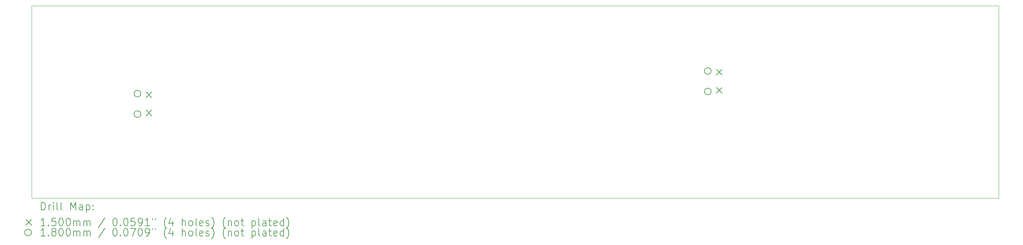
<source format=gbr>
%TF.GenerationSoftware,KiCad,Pcbnew,6.0.10-86aedd382b~118~ubuntu22.04.1*%
%TF.CreationDate,2023-01-15T11:42:56+01:00*%
%TF.ProjectId,tandberg-5000,74616e64-6265-4726-972d-353030302e6b,rev?*%
%TF.SameCoordinates,Original*%
%TF.FileFunction,Drillmap*%
%TF.FilePolarity,Positive*%
%FSLAX45Y45*%
G04 Gerber Fmt 4.5, Leading zero omitted, Abs format (unit mm)*
G04 Created by KiCad (PCBNEW 6.0.10-86aedd382b~118~ubuntu22.04.1) date 2023-01-15 11:42:56*
%MOMM*%
%LPD*%
G01*
G04 APERTURE LIST*
%ADD10C,0.100000*%
%ADD11C,0.200000*%
%ADD12C,0.150000*%
%ADD13C,0.180000*%
G04 APERTURE END LIST*
D10*
X2100000Y-2400000D02*
X27700000Y-2400000D01*
X27700000Y-2400000D02*
X27700000Y-7500000D01*
X27700000Y-7500000D02*
X2100000Y-7500000D01*
X2100000Y-7500000D02*
X2100000Y-2400000D01*
D11*
D12*
X5128000Y-4682500D02*
X5278000Y-4832500D01*
X5278000Y-4682500D02*
X5128000Y-4832500D01*
X5128000Y-5167500D02*
X5278000Y-5317500D01*
X5278000Y-5167500D02*
X5128000Y-5317500D01*
X20228000Y-4082500D02*
X20378000Y-4232500D01*
X20378000Y-4082500D02*
X20228000Y-4232500D01*
X20228000Y-4567500D02*
X20378000Y-4717500D01*
X20378000Y-4567500D02*
X20228000Y-4717500D01*
D13*
X4990000Y-4727500D02*
G75*
G03*
X4990000Y-4727500I-90000J0D01*
G01*
X4990000Y-5272500D02*
G75*
G03*
X4990000Y-5272500I-90000J0D01*
G01*
X20090000Y-4127500D02*
G75*
G03*
X20090000Y-4127500I-90000J0D01*
G01*
X20090000Y-4672500D02*
G75*
G03*
X20090000Y-4672500I-90000J0D01*
G01*
D11*
X2352619Y-7815476D02*
X2352619Y-7615476D01*
X2400238Y-7615476D01*
X2428810Y-7625000D01*
X2447857Y-7644048D01*
X2457381Y-7663095D01*
X2466905Y-7701190D01*
X2466905Y-7729762D01*
X2457381Y-7767857D01*
X2447857Y-7786905D01*
X2428810Y-7805952D01*
X2400238Y-7815476D01*
X2352619Y-7815476D01*
X2552619Y-7815476D02*
X2552619Y-7682143D01*
X2552619Y-7720238D02*
X2562143Y-7701190D01*
X2571667Y-7691667D01*
X2590714Y-7682143D01*
X2609762Y-7682143D01*
X2676429Y-7815476D02*
X2676429Y-7682143D01*
X2676429Y-7615476D02*
X2666905Y-7625000D01*
X2676429Y-7634524D01*
X2685952Y-7625000D01*
X2676429Y-7615476D01*
X2676429Y-7634524D01*
X2800238Y-7815476D02*
X2781190Y-7805952D01*
X2771667Y-7786905D01*
X2771667Y-7615476D01*
X2905000Y-7815476D02*
X2885952Y-7805952D01*
X2876428Y-7786905D01*
X2876428Y-7615476D01*
X3133571Y-7815476D02*
X3133571Y-7615476D01*
X3200238Y-7758333D01*
X3266905Y-7615476D01*
X3266905Y-7815476D01*
X3447857Y-7815476D02*
X3447857Y-7710714D01*
X3438333Y-7691667D01*
X3419286Y-7682143D01*
X3381190Y-7682143D01*
X3362143Y-7691667D01*
X3447857Y-7805952D02*
X3428809Y-7815476D01*
X3381190Y-7815476D01*
X3362143Y-7805952D01*
X3352619Y-7786905D01*
X3352619Y-7767857D01*
X3362143Y-7748809D01*
X3381190Y-7739286D01*
X3428809Y-7739286D01*
X3447857Y-7729762D01*
X3543095Y-7682143D02*
X3543095Y-7882143D01*
X3543095Y-7691667D02*
X3562143Y-7682143D01*
X3600238Y-7682143D01*
X3619286Y-7691667D01*
X3628809Y-7701190D01*
X3638333Y-7720238D01*
X3638333Y-7777381D01*
X3628809Y-7796428D01*
X3619286Y-7805952D01*
X3600238Y-7815476D01*
X3562143Y-7815476D01*
X3543095Y-7805952D01*
X3724048Y-7796428D02*
X3733571Y-7805952D01*
X3724048Y-7815476D01*
X3714524Y-7805952D01*
X3724048Y-7796428D01*
X3724048Y-7815476D01*
X3724048Y-7691667D02*
X3733571Y-7701190D01*
X3724048Y-7710714D01*
X3714524Y-7701190D01*
X3724048Y-7691667D01*
X3724048Y-7710714D01*
D12*
X1945000Y-8070000D02*
X2095000Y-8220000D01*
X2095000Y-8070000D02*
X1945000Y-8220000D01*
D11*
X2457381Y-8235476D02*
X2343095Y-8235476D01*
X2400238Y-8235476D02*
X2400238Y-8035476D01*
X2381190Y-8064048D01*
X2362143Y-8083095D01*
X2343095Y-8092619D01*
X2543095Y-8216428D02*
X2552619Y-8225952D01*
X2543095Y-8235476D01*
X2533571Y-8225952D01*
X2543095Y-8216428D01*
X2543095Y-8235476D01*
X2733571Y-8035476D02*
X2638333Y-8035476D01*
X2628810Y-8130714D01*
X2638333Y-8121190D01*
X2657381Y-8111667D01*
X2705000Y-8111667D01*
X2724048Y-8121190D01*
X2733571Y-8130714D01*
X2743095Y-8149762D01*
X2743095Y-8197381D01*
X2733571Y-8216428D01*
X2724048Y-8225952D01*
X2705000Y-8235476D01*
X2657381Y-8235476D01*
X2638333Y-8225952D01*
X2628810Y-8216428D01*
X2866905Y-8035476D02*
X2885952Y-8035476D01*
X2905000Y-8045000D01*
X2914524Y-8054524D01*
X2924048Y-8073571D01*
X2933571Y-8111667D01*
X2933571Y-8159286D01*
X2924048Y-8197381D01*
X2914524Y-8216428D01*
X2905000Y-8225952D01*
X2885952Y-8235476D01*
X2866905Y-8235476D01*
X2847857Y-8225952D01*
X2838333Y-8216428D01*
X2828809Y-8197381D01*
X2819286Y-8159286D01*
X2819286Y-8111667D01*
X2828809Y-8073571D01*
X2838333Y-8054524D01*
X2847857Y-8045000D01*
X2866905Y-8035476D01*
X3057381Y-8035476D02*
X3076428Y-8035476D01*
X3095476Y-8045000D01*
X3105000Y-8054524D01*
X3114524Y-8073571D01*
X3124048Y-8111667D01*
X3124048Y-8159286D01*
X3114524Y-8197381D01*
X3105000Y-8216428D01*
X3095476Y-8225952D01*
X3076428Y-8235476D01*
X3057381Y-8235476D01*
X3038333Y-8225952D01*
X3028809Y-8216428D01*
X3019286Y-8197381D01*
X3009762Y-8159286D01*
X3009762Y-8111667D01*
X3019286Y-8073571D01*
X3028809Y-8054524D01*
X3038333Y-8045000D01*
X3057381Y-8035476D01*
X3209762Y-8235476D02*
X3209762Y-8102143D01*
X3209762Y-8121190D02*
X3219286Y-8111667D01*
X3238333Y-8102143D01*
X3266905Y-8102143D01*
X3285952Y-8111667D01*
X3295476Y-8130714D01*
X3295476Y-8235476D01*
X3295476Y-8130714D02*
X3305000Y-8111667D01*
X3324048Y-8102143D01*
X3352619Y-8102143D01*
X3371667Y-8111667D01*
X3381190Y-8130714D01*
X3381190Y-8235476D01*
X3476428Y-8235476D02*
X3476428Y-8102143D01*
X3476428Y-8121190D02*
X3485952Y-8111667D01*
X3505000Y-8102143D01*
X3533571Y-8102143D01*
X3552619Y-8111667D01*
X3562143Y-8130714D01*
X3562143Y-8235476D01*
X3562143Y-8130714D02*
X3571667Y-8111667D01*
X3590714Y-8102143D01*
X3619286Y-8102143D01*
X3638333Y-8111667D01*
X3647857Y-8130714D01*
X3647857Y-8235476D01*
X4038333Y-8025952D02*
X3866905Y-8283095D01*
X4295476Y-8035476D02*
X4314524Y-8035476D01*
X4333571Y-8045000D01*
X4343095Y-8054524D01*
X4352619Y-8073571D01*
X4362143Y-8111667D01*
X4362143Y-8159286D01*
X4352619Y-8197381D01*
X4343095Y-8216428D01*
X4333571Y-8225952D01*
X4314524Y-8235476D01*
X4295476Y-8235476D01*
X4276429Y-8225952D01*
X4266905Y-8216428D01*
X4257381Y-8197381D01*
X4247857Y-8159286D01*
X4247857Y-8111667D01*
X4257381Y-8073571D01*
X4266905Y-8054524D01*
X4276429Y-8045000D01*
X4295476Y-8035476D01*
X4447857Y-8216428D02*
X4457381Y-8225952D01*
X4447857Y-8235476D01*
X4438333Y-8225952D01*
X4447857Y-8216428D01*
X4447857Y-8235476D01*
X4581190Y-8035476D02*
X4600238Y-8035476D01*
X4619286Y-8045000D01*
X4628810Y-8054524D01*
X4638333Y-8073571D01*
X4647857Y-8111667D01*
X4647857Y-8159286D01*
X4638333Y-8197381D01*
X4628810Y-8216428D01*
X4619286Y-8225952D01*
X4600238Y-8235476D01*
X4581190Y-8235476D01*
X4562143Y-8225952D01*
X4552619Y-8216428D01*
X4543095Y-8197381D01*
X4533571Y-8159286D01*
X4533571Y-8111667D01*
X4543095Y-8073571D01*
X4552619Y-8054524D01*
X4562143Y-8045000D01*
X4581190Y-8035476D01*
X4828810Y-8035476D02*
X4733571Y-8035476D01*
X4724048Y-8130714D01*
X4733571Y-8121190D01*
X4752619Y-8111667D01*
X4800238Y-8111667D01*
X4819286Y-8121190D01*
X4828810Y-8130714D01*
X4838333Y-8149762D01*
X4838333Y-8197381D01*
X4828810Y-8216428D01*
X4819286Y-8225952D01*
X4800238Y-8235476D01*
X4752619Y-8235476D01*
X4733571Y-8225952D01*
X4724048Y-8216428D01*
X4933571Y-8235476D02*
X4971667Y-8235476D01*
X4990714Y-8225952D01*
X5000238Y-8216428D01*
X5019286Y-8187857D01*
X5028810Y-8149762D01*
X5028810Y-8073571D01*
X5019286Y-8054524D01*
X5009762Y-8045000D01*
X4990714Y-8035476D01*
X4952619Y-8035476D01*
X4933571Y-8045000D01*
X4924048Y-8054524D01*
X4914524Y-8073571D01*
X4914524Y-8121190D01*
X4924048Y-8140238D01*
X4933571Y-8149762D01*
X4952619Y-8159286D01*
X4990714Y-8159286D01*
X5009762Y-8149762D01*
X5019286Y-8140238D01*
X5028810Y-8121190D01*
X5219286Y-8235476D02*
X5105000Y-8235476D01*
X5162143Y-8235476D02*
X5162143Y-8035476D01*
X5143095Y-8064048D01*
X5124048Y-8083095D01*
X5105000Y-8092619D01*
X5295476Y-8035476D02*
X5295476Y-8073571D01*
X5371667Y-8035476D02*
X5371667Y-8073571D01*
X5666905Y-8311667D02*
X5657381Y-8302143D01*
X5638333Y-8273571D01*
X5628809Y-8254524D01*
X5619286Y-8225952D01*
X5609762Y-8178333D01*
X5609762Y-8140238D01*
X5619286Y-8092619D01*
X5628809Y-8064048D01*
X5638333Y-8045000D01*
X5657381Y-8016428D01*
X5666905Y-8006905D01*
X5828809Y-8102143D02*
X5828809Y-8235476D01*
X5781190Y-8025952D02*
X5733571Y-8168809D01*
X5857381Y-8168809D01*
X6085952Y-8235476D02*
X6085952Y-8035476D01*
X6171667Y-8235476D02*
X6171667Y-8130714D01*
X6162143Y-8111667D01*
X6143095Y-8102143D01*
X6114524Y-8102143D01*
X6095476Y-8111667D01*
X6085952Y-8121190D01*
X6295476Y-8235476D02*
X6276428Y-8225952D01*
X6266905Y-8216428D01*
X6257381Y-8197381D01*
X6257381Y-8140238D01*
X6266905Y-8121190D01*
X6276428Y-8111667D01*
X6295476Y-8102143D01*
X6324048Y-8102143D01*
X6343095Y-8111667D01*
X6352619Y-8121190D01*
X6362143Y-8140238D01*
X6362143Y-8197381D01*
X6352619Y-8216428D01*
X6343095Y-8225952D01*
X6324048Y-8235476D01*
X6295476Y-8235476D01*
X6476428Y-8235476D02*
X6457381Y-8225952D01*
X6447857Y-8206905D01*
X6447857Y-8035476D01*
X6628809Y-8225952D02*
X6609762Y-8235476D01*
X6571667Y-8235476D01*
X6552619Y-8225952D01*
X6543095Y-8206905D01*
X6543095Y-8130714D01*
X6552619Y-8111667D01*
X6571667Y-8102143D01*
X6609762Y-8102143D01*
X6628809Y-8111667D01*
X6638333Y-8130714D01*
X6638333Y-8149762D01*
X6543095Y-8168809D01*
X6714524Y-8225952D02*
X6733571Y-8235476D01*
X6771667Y-8235476D01*
X6790714Y-8225952D01*
X6800238Y-8206905D01*
X6800238Y-8197381D01*
X6790714Y-8178333D01*
X6771667Y-8168809D01*
X6743095Y-8168809D01*
X6724048Y-8159286D01*
X6714524Y-8140238D01*
X6714524Y-8130714D01*
X6724048Y-8111667D01*
X6743095Y-8102143D01*
X6771667Y-8102143D01*
X6790714Y-8111667D01*
X6866905Y-8311667D02*
X6876428Y-8302143D01*
X6895476Y-8273571D01*
X6905000Y-8254524D01*
X6914524Y-8225952D01*
X6924048Y-8178333D01*
X6924048Y-8140238D01*
X6914524Y-8092619D01*
X6905000Y-8064048D01*
X6895476Y-8045000D01*
X6876428Y-8016428D01*
X6866905Y-8006905D01*
X7228809Y-8311667D02*
X7219286Y-8302143D01*
X7200238Y-8273571D01*
X7190714Y-8254524D01*
X7181190Y-8225952D01*
X7171667Y-8178333D01*
X7171667Y-8140238D01*
X7181190Y-8092619D01*
X7190714Y-8064048D01*
X7200238Y-8045000D01*
X7219286Y-8016428D01*
X7228809Y-8006905D01*
X7305000Y-8102143D02*
X7305000Y-8235476D01*
X7305000Y-8121190D02*
X7314524Y-8111667D01*
X7333571Y-8102143D01*
X7362143Y-8102143D01*
X7381190Y-8111667D01*
X7390714Y-8130714D01*
X7390714Y-8235476D01*
X7514524Y-8235476D02*
X7495476Y-8225952D01*
X7485952Y-8216428D01*
X7476428Y-8197381D01*
X7476428Y-8140238D01*
X7485952Y-8121190D01*
X7495476Y-8111667D01*
X7514524Y-8102143D01*
X7543095Y-8102143D01*
X7562143Y-8111667D01*
X7571667Y-8121190D01*
X7581190Y-8140238D01*
X7581190Y-8197381D01*
X7571667Y-8216428D01*
X7562143Y-8225952D01*
X7543095Y-8235476D01*
X7514524Y-8235476D01*
X7638333Y-8102143D02*
X7714524Y-8102143D01*
X7666905Y-8035476D02*
X7666905Y-8206905D01*
X7676428Y-8225952D01*
X7695476Y-8235476D01*
X7714524Y-8235476D01*
X7933571Y-8102143D02*
X7933571Y-8302143D01*
X7933571Y-8111667D02*
X7952619Y-8102143D01*
X7990714Y-8102143D01*
X8009762Y-8111667D01*
X8019286Y-8121190D01*
X8028809Y-8140238D01*
X8028809Y-8197381D01*
X8019286Y-8216428D01*
X8009762Y-8225952D01*
X7990714Y-8235476D01*
X7952619Y-8235476D01*
X7933571Y-8225952D01*
X8143095Y-8235476D02*
X8124048Y-8225952D01*
X8114524Y-8206905D01*
X8114524Y-8035476D01*
X8305000Y-8235476D02*
X8305000Y-8130714D01*
X8295476Y-8111667D01*
X8276428Y-8102143D01*
X8238333Y-8102143D01*
X8219286Y-8111667D01*
X8305000Y-8225952D02*
X8285952Y-8235476D01*
X8238333Y-8235476D01*
X8219286Y-8225952D01*
X8209762Y-8206905D01*
X8209762Y-8187857D01*
X8219286Y-8168809D01*
X8238333Y-8159286D01*
X8285952Y-8159286D01*
X8305000Y-8149762D01*
X8371667Y-8102143D02*
X8447857Y-8102143D01*
X8400238Y-8035476D02*
X8400238Y-8206905D01*
X8409762Y-8225952D01*
X8428810Y-8235476D01*
X8447857Y-8235476D01*
X8590714Y-8225952D02*
X8571667Y-8235476D01*
X8533571Y-8235476D01*
X8514524Y-8225952D01*
X8505000Y-8206905D01*
X8505000Y-8130714D01*
X8514524Y-8111667D01*
X8533571Y-8102143D01*
X8571667Y-8102143D01*
X8590714Y-8111667D01*
X8600238Y-8130714D01*
X8600238Y-8149762D01*
X8505000Y-8168809D01*
X8771667Y-8235476D02*
X8771667Y-8035476D01*
X8771667Y-8225952D02*
X8752619Y-8235476D01*
X8714524Y-8235476D01*
X8695476Y-8225952D01*
X8685952Y-8216428D01*
X8676429Y-8197381D01*
X8676429Y-8140238D01*
X8685952Y-8121190D01*
X8695476Y-8111667D01*
X8714524Y-8102143D01*
X8752619Y-8102143D01*
X8771667Y-8111667D01*
X8847857Y-8311667D02*
X8857381Y-8302143D01*
X8876429Y-8273571D01*
X8885952Y-8254524D01*
X8895476Y-8225952D01*
X8905000Y-8178333D01*
X8905000Y-8140238D01*
X8895476Y-8092619D01*
X8885952Y-8064048D01*
X8876429Y-8045000D01*
X8857381Y-8016428D01*
X8847857Y-8006905D01*
D13*
X2095000Y-8415000D02*
G75*
G03*
X2095000Y-8415000I-90000J0D01*
G01*
D11*
X2457381Y-8505476D02*
X2343095Y-8505476D01*
X2400238Y-8505476D02*
X2400238Y-8305476D01*
X2381190Y-8334048D01*
X2362143Y-8353095D01*
X2343095Y-8362619D01*
X2543095Y-8486429D02*
X2552619Y-8495952D01*
X2543095Y-8505476D01*
X2533571Y-8495952D01*
X2543095Y-8486429D01*
X2543095Y-8505476D01*
X2666905Y-8391190D02*
X2647857Y-8381667D01*
X2638333Y-8372143D01*
X2628810Y-8353095D01*
X2628810Y-8343571D01*
X2638333Y-8324524D01*
X2647857Y-8315000D01*
X2666905Y-8305476D01*
X2705000Y-8305476D01*
X2724048Y-8315000D01*
X2733571Y-8324524D01*
X2743095Y-8343571D01*
X2743095Y-8353095D01*
X2733571Y-8372143D01*
X2724048Y-8381667D01*
X2705000Y-8391190D01*
X2666905Y-8391190D01*
X2647857Y-8400714D01*
X2638333Y-8410238D01*
X2628810Y-8429286D01*
X2628810Y-8467381D01*
X2638333Y-8486429D01*
X2647857Y-8495952D01*
X2666905Y-8505476D01*
X2705000Y-8505476D01*
X2724048Y-8495952D01*
X2733571Y-8486429D01*
X2743095Y-8467381D01*
X2743095Y-8429286D01*
X2733571Y-8410238D01*
X2724048Y-8400714D01*
X2705000Y-8391190D01*
X2866905Y-8305476D02*
X2885952Y-8305476D01*
X2905000Y-8315000D01*
X2914524Y-8324524D01*
X2924048Y-8343571D01*
X2933571Y-8381667D01*
X2933571Y-8429286D01*
X2924048Y-8467381D01*
X2914524Y-8486429D01*
X2905000Y-8495952D01*
X2885952Y-8505476D01*
X2866905Y-8505476D01*
X2847857Y-8495952D01*
X2838333Y-8486429D01*
X2828809Y-8467381D01*
X2819286Y-8429286D01*
X2819286Y-8381667D01*
X2828809Y-8343571D01*
X2838333Y-8324524D01*
X2847857Y-8315000D01*
X2866905Y-8305476D01*
X3057381Y-8305476D02*
X3076428Y-8305476D01*
X3095476Y-8315000D01*
X3105000Y-8324524D01*
X3114524Y-8343571D01*
X3124048Y-8381667D01*
X3124048Y-8429286D01*
X3114524Y-8467381D01*
X3105000Y-8486429D01*
X3095476Y-8495952D01*
X3076428Y-8505476D01*
X3057381Y-8505476D01*
X3038333Y-8495952D01*
X3028809Y-8486429D01*
X3019286Y-8467381D01*
X3009762Y-8429286D01*
X3009762Y-8381667D01*
X3019286Y-8343571D01*
X3028809Y-8324524D01*
X3038333Y-8315000D01*
X3057381Y-8305476D01*
X3209762Y-8505476D02*
X3209762Y-8372143D01*
X3209762Y-8391190D02*
X3219286Y-8381667D01*
X3238333Y-8372143D01*
X3266905Y-8372143D01*
X3285952Y-8381667D01*
X3295476Y-8400714D01*
X3295476Y-8505476D01*
X3295476Y-8400714D02*
X3305000Y-8381667D01*
X3324048Y-8372143D01*
X3352619Y-8372143D01*
X3371667Y-8381667D01*
X3381190Y-8400714D01*
X3381190Y-8505476D01*
X3476428Y-8505476D02*
X3476428Y-8372143D01*
X3476428Y-8391190D02*
X3485952Y-8381667D01*
X3505000Y-8372143D01*
X3533571Y-8372143D01*
X3552619Y-8381667D01*
X3562143Y-8400714D01*
X3562143Y-8505476D01*
X3562143Y-8400714D02*
X3571667Y-8381667D01*
X3590714Y-8372143D01*
X3619286Y-8372143D01*
X3638333Y-8381667D01*
X3647857Y-8400714D01*
X3647857Y-8505476D01*
X4038333Y-8295952D02*
X3866905Y-8553095D01*
X4295476Y-8305476D02*
X4314524Y-8305476D01*
X4333571Y-8315000D01*
X4343095Y-8324524D01*
X4352619Y-8343571D01*
X4362143Y-8381667D01*
X4362143Y-8429286D01*
X4352619Y-8467381D01*
X4343095Y-8486429D01*
X4333571Y-8495952D01*
X4314524Y-8505476D01*
X4295476Y-8505476D01*
X4276429Y-8495952D01*
X4266905Y-8486429D01*
X4257381Y-8467381D01*
X4247857Y-8429286D01*
X4247857Y-8381667D01*
X4257381Y-8343571D01*
X4266905Y-8324524D01*
X4276429Y-8315000D01*
X4295476Y-8305476D01*
X4447857Y-8486429D02*
X4457381Y-8495952D01*
X4447857Y-8505476D01*
X4438333Y-8495952D01*
X4447857Y-8486429D01*
X4447857Y-8505476D01*
X4581190Y-8305476D02*
X4600238Y-8305476D01*
X4619286Y-8315000D01*
X4628810Y-8324524D01*
X4638333Y-8343571D01*
X4647857Y-8381667D01*
X4647857Y-8429286D01*
X4638333Y-8467381D01*
X4628810Y-8486429D01*
X4619286Y-8495952D01*
X4600238Y-8505476D01*
X4581190Y-8505476D01*
X4562143Y-8495952D01*
X4552619Y-8486429D01*
X4543095Y-8467381D01*
X4533571Y-8429286D01*
X4533571Y-8381667D01*
X4543095Y-8343571D01*
X4552619Y-8324524D01*
X4562143Y-8315000D01*
X4581190Y-8305476D01*
X4714524Y-8305476D02*
X4847857Y-8305476D01*
X4762143Y-8505476D01*
X4962143Y-8305476D02*
X4981190Y-8305476D01*
X5000238Y-8315000D01*
X5009762Y-8324524D01*
X5019286Y-8343571D01*
X5028810Y-8381667D01*
X5028810Y-8429286D01*
X5019286Y-8467381D01*
X5009762Y-8486429D01*
X5000238Y-8495952D01*
X4981190Y-8505476D01*
X4962143Y-8505476D01*
X4943095Y-8495952D01*
X4933571Y-8486429D01*
X4924048Y-8467381D01*
X4914524Y-8429286D01*
X4914524Y-8381667D01*
X4924048Y-8343571D01*
X4933571Y-8324524D01*
X4943095Y-8315000D01*
X4962143Y-8305476D01*
X5124048Y-8505476D02*
X5162143Y-8505476D01*
X5181190Y-8495952D01*
X5190714Y-8486429D01*
X5209762Y-8457857D01*
X5219286Y-8419762D01*
X5219286Y-8343571D01*
X5209762Y-8324524D01*
X5200238Y-8315000D01*
X5181190Y-8305476D01*
X5143095Y-8305476D01*
X5124048Y-8315000D01*
X5114524Y-8324524D01*
X5105000Y-8343571D01*
X5105000Y-8391190D01*
X5114524Y-8410238D01*
X5124048Y-8419762D01*
X5143095Y-8429286D01*
X5181190Y-8429286D01*
X5200238Y-8419762D01*
X5209762Y-8410238D01*
X5219286Y-8391190D01*
X5295476Y-8305476D02*
X5295476Y-8343571D01*
X5371667Y-8305476D02*
X5371667Y-8343571D01*
X5666905Y-8581667D02*
X5657381Y-8572143D01*
X5638333Y-8543571D01*
X5628809Y-8524524D01*
X5619286Y-8495952D01*
X5609762Y-8448333D01*
X5609762Y-8410238D01*
X5619286Y-8362619D01*
X5628809Y-8334048D01*
X5638333Y-8315000D01*
X5657381Y-8286428D01*
X5666905Y-8276905D01*
X5828809Y-8372143D02*
X5828809Y-8505476D01*
X5781190Y-8295952D02*
X5733571Y-8438810D01*
X5857381Y-8438810D01*
X6085952Y-8505476D02*
X6085952Y-8305476D01*
X6171667Y-8505476D02*
X6171667Y-8400714D01*
X6162143Y-8381667D01*
X6143095Y-8372143D01*
X6114524Y-8372143D01*
X6095476Y-8381667D01*
X6085952Y-8391190D01*
X6295476Y-8505476D02*
X6276428Y-8495952D01*
X6266905Y-8486429D01*
X6257381Y-8467381D01*
X6257381Y-8410238D01*
X6266905Y-8391190D01*
X6276428Y-8381667D01*
X6295476Y-8372143D01*
X6324048Y-8372143D01*
X6343095Y-8381667D01*
X6352619Y-8391190D01*
X6362143Y-8410238D01*
X6362143Y-8467381D01*
X6352619Y-8486429D01*
X6343095Y-8495952D01*
X6324048Y-8505476D01*
X6295476Y-8505476D01*
X6476428Y-8505476D02*
X6457381Y-8495952D01*
X6447857Y-8476905D01*
X6447857Y-8305476D01*
X6628809Y-8495952D02*
X6609762Y-8505476D01*
X6571667Y-8505476D01*
X6552619Y-8495952D01*
X6543095Y-8476905D01*
X6543095Y-8400714D01*
X6552619Y-8381667D01*
X6571667Y-8372143D01*
X6609762Y-8372143D01*
X6628809Y-8381667D01*
X6638333Y-8400714D01*
X6638333Y-8419762D01*
X6543095Y-8438810D01*
X6714524Y-8495952D02*
X6733571Y-8505476D01*
X6771667Y-8505476D01*
X6790714Y-8495952D01*
X6800238Y-8476905D01*
X6800238Y-8467381D01*
X6790714Y-8448333D01*
X6771667Y-8438810D01*
X6743095Y-8438810D01*
X6724048Y-8429286D01*
X6714524Y-8410238D01*
X6714524Y-8400714D01*
X6724048Y-8381667D01*
X6743095Y-8372143D01*
X6771667Y-8372143D01*
X6790714Y-8381667D01*
X6866905Y-8581667D02*
X6876428Y-8572143D01*
X6895476Y-8543571D01*
X6905000Y-8524524D01*
X6914524Y-8495952D01*
X6924048Y-8448333D01*
X6924048Y-8410238D01*
X6914524Y-8362619D01*
X6905000Y-8334048D01*
X6895476Y-8315000D01*
X6876428Y-8286428D01*
X6866905Y-8276905D01*
X7228809Y-8581667D02*
X7219286Y-8572143D01*
X7200238Y-8543571D01*
X7190714Y-8524524D01*
X7181190Y-8495952D01*
X7171667Y-8448333D01*
X7171667Y-8410238D01*
X7181190Y-8362619D01*
X7190714Y-8334048D01*
X7200238Y-8315000D01*
X7219286Y-8286428D01*
X7228809Y-8276905D01*
X7305000Y-8372143D02*
X7305000Y-8505476D01*
X7305000Y-8391190D02*
X7314524Y-8381667D01*
X7333571Y-8372143D01*
X7362143Y-8372143D01*
X7381190Y-8381667D01*
X7390714Y-8400714D01*
X7390714Y-8505476D01*
X7514524Y-8505476D02*
X7495476Y-8495952D01*
X7485952Y-8486429D01*
X7476428Y-8467381D01*
X7476428Y-8410238D01*
X7485952Y-8391190D01*
X7495476Y-8381667D01*
X7514524Y-8372143D01*
X7543095Y-8372143D01*
X7562143Y-8381667D01*
X7571667Y-8391190D01*
X7581190Y-8410238D01*
X7581190Y-8467381D01*
X7571667Y-8486429D01*
X7562143Y-8495952D01*
X7543095Y-8505476D01*
X7514524Y-8505476D01*
X7638333Y-8372143D02*
X7714524Y-8372143D01*
X7666905Y-8305476D02*
X7666905Y-8476905D01*
X7676428Y-8495952D01*
X7695476Y-8505476D01*
X7714524Y-8505476D01*
X7933571Y-8372143D02*
X7933571Y-8572143D01*
X7933571Y-8381667D02*
X7952619Y-8372143D01*
X7990714Y-8372143D01*
X8009762Y-8381667D01*
X8019286Y-8391190D01*
X8028809Y-8410238D01*
X8028809Y-8467381D01*
X8019286Y-8486429D01*
X8009762Y-8495952D01*
X7990714Y-8505476D01*
X7952619Y-8505476D01*
X7933571Y-8495952D01*
X8143095Y-8505476D02*
X8124048Y-8495952D01*
X8114524Y-8476905D01*
X8114524Y-8305476D01*
X8305000Y-8505476D02*
X8305000Y-8400714D01*
X8295476Y-8381667D01*
X8276428Y-8372143D01*
X8238333Y-8372143D01*
X8219286Y-8381667D01*
X8305000Y-8495952D02*
X8285952Y-8505476D01*
X8238333Y-8505476D01*
X8219286Y-8495952D01*
X8209762Y-8476905D01*
X8209762Y-8457857D01*
X8219286Y-8438810D01*
X8238333Y-8429286D01*
X8285952Y-8429286D01*
X8305000Y-8419762D01*
X8371667Y-8372143D02*
X8447857Y-8372143D01*
X8400238Y-8305476D02*
X8400238Y-8476905D01*
X8409762Y-8495952D01*
X8428810Y-8505476D01*
X8447857Y-8505476D01*
X8590714Y-8495952D02*
X8571667Y-8505476D01*
X8533571Y-8505476D01*
X8514524Y-8495952D01*
X8505000Y-8476905D01*
X8505000Y-8400714D01*
X8514524Y-8381667D01*
X8533571Y-8372143D01*
X8571667Y-8372143D01*
X8590714Y-8381667D01*
X8600238Y-8400714D01*
X8600238Y-8419762D01*
X8505000Y-8438810D01*
X8771667Y-8505476D02*
X8771667Y-8305476D01*
X8771667Y-8495952D02*
X8752619Y-8505476D01*
X8714524Y-8505476D01*
X8695476Y-8495952D01*
X8685952Y-8486429D01*
X8676429Y-8467381D01*
X8676429Y-8410238D01*
X8685952Y-8391190D01*
X8695476Y-8381667D01*
X8714524Y-8372143D01*
X8752619Y-8372143D01*
X8771667Y-8381667D01*
X8847857Y-8581667D02*
X8857381Y-8572143D01*
X8876429Y-8543571D01*
X8885952Y-8524524D01*
X8895476Y-8495952D01*
X8905000Y-8448333D01*
X8905000Y-8410238D01*
X8895476Y-8362619D01*
X8885952Y-8334048D01*
X8876429Y-8315000D01*
X8857381Y-8286428D01*
X8847857Y-8276905D01*
M02*

</source>
